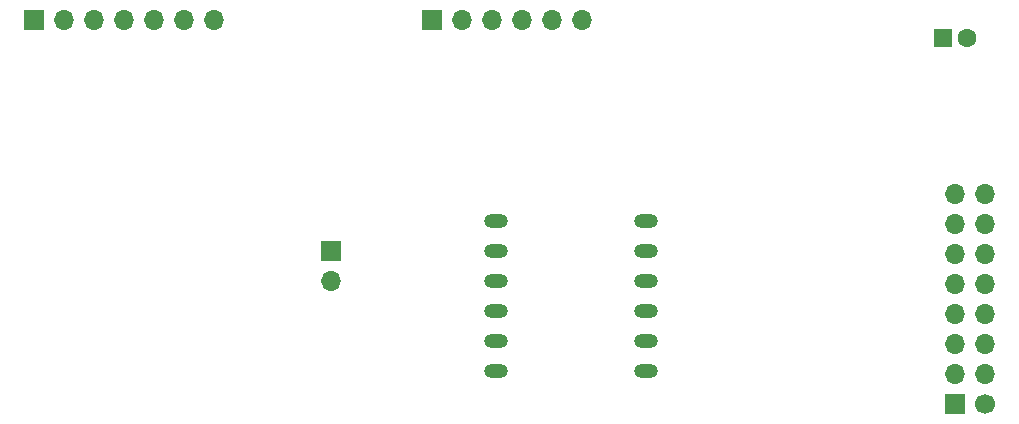
<source format=gbr>
G04 #@! TF.GenerationSoftware,KiCad,Pcbnew,(5.1.5)-3*
G04 #@! TF.CreationDate,2020-01-27T11:23:28-05:00*
G04 #@! TF.ProjectId,Secondary_Board,5365636f-6e64-4617-9279-5f426f617264,rev?*
G04 #@! TF.SameCoordinates,Original*
G04 #@! TF.FileFunction,Soldermask,Bot*
G04 #@! TF.FilePolarity,Negative*
%FSLAX46Y46*%
G04 Gerber Fmt 4.6, Leading zero omitted, Abs format (unit mm)*
G04 Created by KiCad (PCBNEW (5.1.5)-3) date 2020-01-27 11:23:28*
%MOMM*%
%LPD*%
G04 APERTURE LIST*
%ADD10O,1.700000X1.700000*%
%ADD11R,1.700000X1.700000*%
%ADD12C,1.700000*%
%ADD13R,1.600000X1.600000*%
%ADD14C,1.600000*%
%ADD15O,2.000000X1.200000*%
G04 APERTURE END LIST*
D10*
X171958000Y-101854000D03*
X174498000Y-101854000D03*
X171958000Y-104394000D03*
X174498000Y-104394000D03*
X171958000Y-106934000D03*
X174498000Y-106934000D03*
X171958000Y-109474000D03*
X174498000Y-109474000D03*
X171958000Y-112014000D03*
X174498000Y-112014000D03*
X171958000Y-114554000D03*
X174498000Y-114554000D03*
X171958000Y-117094000D03*
X174498000Y-117094000D03*
D11*
X171958000Y-119634000D03*
D12*
X174498000Y-119634000D03*
D13*
X170942000Y-88646000D03*
D14*
X172942000Y-88646000D03*
D11*
X119126000Y-106680000D03*
D10*
X119126000Y-109220000D03*
D15*
X145796000Y-104140000D03*
X133096000Y-104140000D03*
X145796000Y-106680000D03*
X133096000Y-106680000D03*
X145796000Y-109220000D03*
X133096000Y-109220000D03*
X145796000Y-111760000D03*
X133096000Y-111760000D03*
X145796000Y-114300000D03*
X133096000Y-114300000D03*
X145796000Y-116840000D03*
X133096000Y-116840000D03*
D11*
X127671001Y-87169001D03*
D10*
X130211001Y-87169001D03*
X132751001Y-87169001D03*
X135291001Y-87169001D03*
X137831001Y-87169001D03*
X140371001Y-87169001D03*
D11*
X93980000Y-87169001D03*
D10*
X96520000Y-87169001D03*
X99060000Y-87169001D03*
X101600000Y-87169001D03*
X104140000Y-87169001D03*
X106680000Y-87169001D03*
X109220000Y-87169001D03*
M02*

</source>
